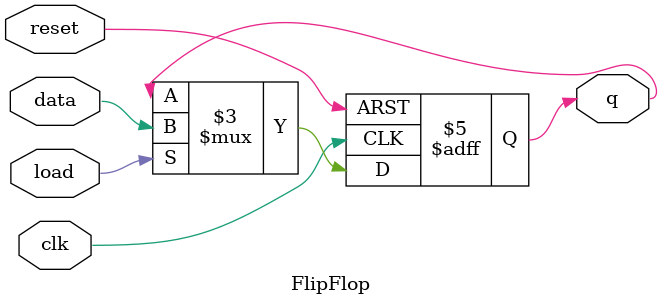
<source format=sv>
module FlipFlop #(parameter N=1)
	(input logic [N-1:0] data,
	 input logic clk, reset,load,
	 output logic [N-1:0] q);
	 	 
	always_ff@(negedge clk, posedge reset)
		if(reset)
		begin
			q = 0;
		end
		else if(load)
		begin
			q = data;
		end

								 
endmodule

</source>
